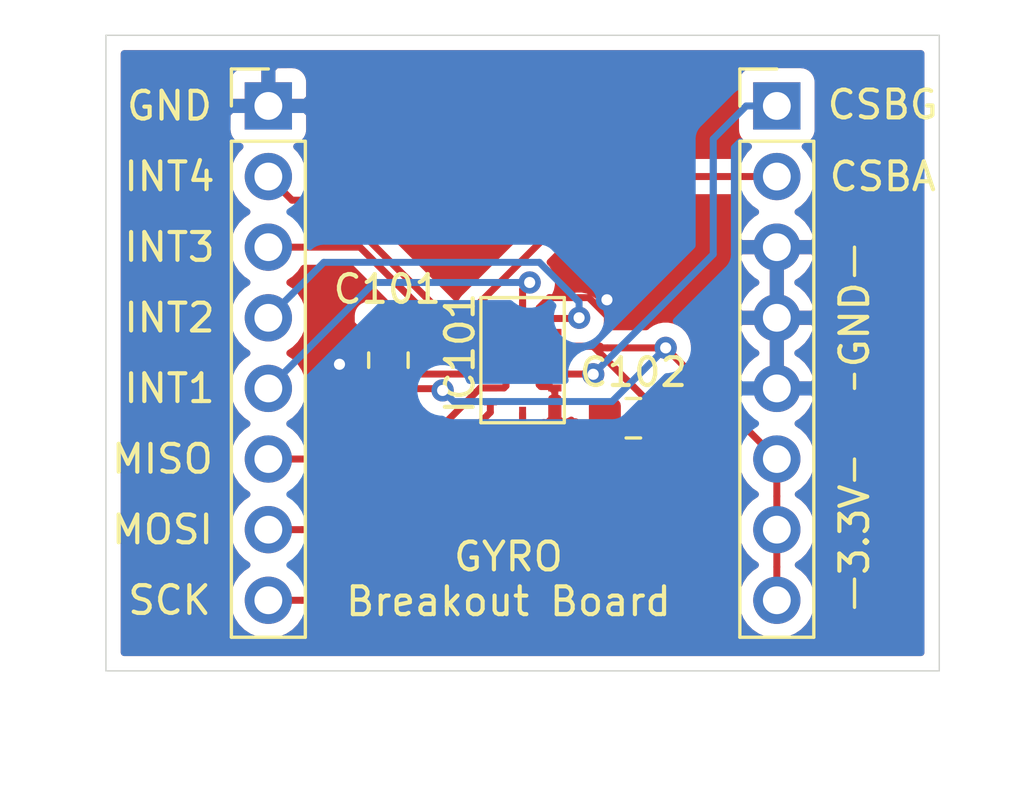
<source format=kicad_pcb>
(kicad_pcb (version 20171130) (host pcbnew "(5.1.6)-1")

  (general
    (thickness 1.6)
    (drawings 21)
    (tracks 100)
    (zones 0)
    (modules 5)
    (nets 12)
  )

  (page A4)
  (layers
    (0 F.Cu signal)
    (31 B.Cu signal)
    (32 B.Adhes user)
    (33 F.Adhes user)
    (34 B.Paste user)
    (35 F.Paste user)
    (36 B.SilkS user)
    (37 F.SilkS user)
    (38 B.Mask user)
    (39 F.Mask user)
    (40 Dwgs.User user)
    (41 Cmts.User user)
    (42 Eco1.User user)
    (43 Eco2.User user)
    (44 Edge.Cuts user)
    (45 Margin user)
    (46 B.CrtYd user)
    (47 F.CrtYd user)
    (48 B.Fab user)
    (49 F.Fab user)
  )

  (setup
    (last_trace_width 0.25)
    (trace_clearance 0.1524)
    (zone_clearance 0.508)
    (zone_45_only no)
    (trace_min 0.2)
    (via_size 0.8)
    (via_drill 0.4)
    (via_min_size 0.4)
    (via_min_drill 0.3)
    (uvia_size 0.3)
    (uvia_drill 0.1)
    (uvias_allowed no)
    (uvia_min_size 0.2)
    (uvia_min_drill 0.1)
    (edge_width 0.05)
    (segment_width 0.2)
    (pcb_text_width 0.3)
    (pcb_text_size 1.5 1.5)
    (mod_edge_width 0.12)
    (mod_text_size 1 1)
    (mod_text_width 0.15)
    (pad_size 1.524 1.524)
    (pad_drill 0.762)
    (pad_to_mask_clearance 0.0508)
    (aux_axis_origin 0 0)
    (visible_elements 7FFFFFFF)
    (pcbplotparams
      (layerselection 0x010fc_ffffffff)
      (usegerberextensions false)
      (usegerberattributes false)
      (usegerberadvancedattributes false)
      (creategerberjobfile false)
      (excludeedgelayer true)
      (linewidth 0.100000)
      (plotframeref false)
      (viasonmask false)
      (mode 1)
      (useauxorigin false)
      (hpglpennumber 1)
      (hpglpenspeed 20)
      (hpglpendiameter 15.000000)
      (psnegative false)
      (psa4output false)
      (plotreference true)
      (plotvalue true)
      (plotinvisibletext false)
      (padsonsilk false)
      (subtractmaskfromsilk false)
      (outputformat 1)
      (mirror false)
      (drillshape 0)
      (scaleselection 1)
      (outputdirectory "../../../../ERFSEDS/Project Cerberus/Nova/Breakout Boards/Gyroscope/"))
  )

  (net 0 "")
  (net 1 GND)
  (net 2 +3V3)
  (net 3 /INT2_ACCEL)
  (net 4 /CSB_GYRO)
  (net 5 /SCK)
  (net 6 /MOSI)
  (net 7 /MISO)
  (net 8 /INT3_GYRO)
  (net 9 /INT4_GYRO)
  (net 10 /CSB_ACCEL)
  (net 11 /INT1_ACCEL)

  (net_class Default "This is the default net class."
    (clearance 0.1524)
    (trace_width 0.25)
    (via_dia 0.8)
    (via_drill 0.4)
    (uvia_dia 0.3)
    (uvia_drill 0.1)
    (add_net +3V3)
    (add_net /CSB_ACCEL)
    (add_net /CSB_GYRO)
    (add_net /INT1_ACCEL)
    (add_net /INT2_ACCEL)
    (add_net /INT3_GYRO)
    (add_net /INT4_GYRO)
    (add_net /MISO)
    (add_net /MOSI)
    (add_net /SCK)
    (add_net GND)
  )

  (module Gyroscope:C_0805_2012Metric_Pad1.15x1.40mm_HandSolder (layer F.Cu) (tedit 5B36C52B) (tstamp 5ED60B03)
    (at 123.19 96.012 270)
    (descr "Capacitor SMD 0805 (2012 Metric), square (rectangular) end terminal, IPC_7351 nominal with elongated pad for handsoldering. (Body size source: https://docs.google.com/spreadsheets/d/1BsfQQcO9C6DZCsRaXUlFlo91Tg2WpOkGARC1WS5S8t0/edit?usp=sharing), generated with kicad-footprint-generator")
    (tags "capacitor handsolder")
    (path /5EC9306C)
    (attr smd)
    (fp_text reference C101 (at -2.552 0.04 180) (layer F.SilkS)
      (effects (font (size 1 1) (thickness 0.15)))
    )
    (fp_text value 100nF (at 0 1.65 90) (layer F.Fab)
      (effects (font (size 1 1) (thickness 0.15)))
    )
    (fp_line (start -1 0.6) (end -1 -0.6) (layer F.Fab) (width 0.1))
    (fp_line (start -1 -0.6) (end 1 -0.6) (layer F.Fab) (width 0.1))
    (fp_line (start 1 -0.6) (end 1 0.6) (layer F.Fab) (width 0.1))
    (fp_line (start 1 0.6) (end -1 0.6) (layer F.Fab) (width 0.1))
    (fp_line (start -0.261252 -0.71) (end 0.261252 -0.71) (layer F.SilkS) (width 0.12))
    (fp_line (start -0.261252 0.71) (end 0.261252 0.71) (layer F.SilkS) (width 0.12))
    (fp_line (start -1.85 0.95) (end -1.85 -0.95) (layer F.CrtYd) (width 0.05))
    (fp_line (start -1.85 -0.95) (end 1.85 -0.95) (layer F.CrtYd) (width 0.05))
    (fp_line (start 1.85 -0.95) (end 1.85 0.95) (layer F.CrtYd) (width 0.05))
    (fp_line (start 1.85 0.95) (end -1.85 0.95) (layer F.CrtYd) (width 0.05))
    (fp_text user %R (at 0 0 90) (layer F.Fab)
      (effects (font (size 0.5 0.5) (thickness 0.08)))
    )
    (pad 2 smd roundrect (at 1.025 0 270) (size 1.15 1.4) (layers F.Cu F.Paste F.Mask) (roundrect_rratio 0.217391)
      (net 2 +3V3))
    (pad 1 smd roundrect (at -1.025 0 270) (size 1.15 1.4) (layers F.Cu F.Paste F.Mask) (roundrect_rratio 0.217391)
      (net 1 GND))
    (model ${KISYS3DMOD}/Capacitor_SMD.3dshapes/C_0805_2012Metric.wrl
      (at (xyz 0 0 0))
      (scale (xyz 1 1 1))
      (rotate (xyz 0 0 0))
    )
  )

  (module Gyroscope:C_0805_2012Metric_Pad1.15x1.40mm_HandSolder (layer F.Cu) (tedit 5B36C52B) (tstamp 5EFF5FB8)
    (at 132 98.1)
    (descr "Capacitor SMD 0805 (2012 Metric), square (rectangular) end terminal, IPC_7351 nominal with elongated pad for handsoldering. (Body size source: https://docs.google.com/spreadsheets/d/1BsfQQcO9C6DZCsRaXUlFlo91Tg2WpOkGARC1WS5S8t0/edit?usp=sharing), generated with kicad-footprint-generator")
    (tags "capacitor handsolder")
    (path /5EFF1210)
    (attr smd)
    (fp_text reference C102 (at 0 -1.65) (layer F.SilkS)
      (effects (font (size 1 1) (thickness 0.15)))
    )
    (fp_text value 100nF (at 0 1.65) (layer F.Fab)
      (effects (font (size 1 1) (thickness 0.15)))
    )
    (fp_line (start -1 0.6) (end -1 -0.6) (layer F.Fab) (width 0.1))
    (fp_line (start -1 -0.6) (end 1 -0.6) (layer F.Fab) (width 0.1))
    (fp_line (start 1 -0.6) (end 1 0.6) (layer F.Fab) (width 0.1))
    (fp_line (start 1 0.6) (end -1 0.6) (layer F.Fab) (width 0.1))
    (fp_line (start -0.261252 -0.71) (end 0.261252 -0.71) (layer F.SilkS) (width 0.12))
    (fp_line (start -0.261252 0.71) (end 0.261252 0.71) (layer F.SilkS) (width 0.12))
    (fp_line (start -1.85 0.95) (end -1.85 -0.95) (layer F.CrtYd) (width 0.05))
    (fp_line (start -1.85 -0.95) (end 1.85 -0.95) (layer F.CrtYd) (width 0.05))
    (fp_line (start 1.85 -0.95) (end 1.85 0.95) (layer F.CrtYd) (width 0.05))
    (fp_line (start 1.85 0.95) (end -1.85 0.95) (layer F.CrtYd) (width 0.05))
    (fp_text user %R (at 0 0) (layer F.Fab)
      (effects (font (size 0.5 0.5) (thickness 0.08)))
    )
    (pad 2 smd roundrect (at 1.025 0) (size 1.15 1.4) (layers F.Cu F.Paste F.Mask) (roundrect_rratio 0.217391)
      (net 2 +3V3))
    (pad 1 smd roundrect (at -1.025 0) (size 1.15 1.4) (layers F.Cu F.Paste F.Mask) (roundrect_rratio 0.217391)
      (net 1 GND))
    (model ${KISYS3DMOD}/Capacitor_SMD.3dshapes/C_0805_2012Metric.wrl
      (at (xyz 0 0 0))
      (scale (xyz 1 1 1))
      (rotate (xyz 0 0 0))
    )
  )

  (module Gyroscope:PinHeader_1x08_P2.54mm_Vertical (layer F.Cu) (tedit 59FED5CC) (tstamp 5ED60B23)
    (at 137.16 86.868)
    (descr "Through hole straight pin header, 1x08, 2.54mm pitch, single row")
    (tags "Through hole pin header THT 1x08 2.54mm single row")
    (path /5EC73D76)
    (fp_text reference e101 (at 0 -2.33) (layer F.SilkS) hide
      (effects (font (size 1 1) (thickness 0.15)))
    )
    (fp_text value Conn_01x08 (at 0 19.558) (layer F.Fab)
      (effects (font (size 1 1) (thickness 0.15)))
    )
    (fp_line (start 1.8 -1.8) (end -1.8 -1.8) (layer F.CrtYd) (width 0.05))
    (fp_line (start 1.8 19.55) (end 1.8 -1.8) (layer F.CrtYd) (width 0.05))
    (fp_line (start -1.8 19.55) (end 1.8 19.55) (layer F.CrtYd) (width 0.05))
    (fp_line (start -1.8 -1.8) (end -1.8 19.55) (layer F.CrtYd) (width 0.05))
    (fp_line (start -1.33 -1.33) (end 0 -1.33) (layer F.SilkS) (width 0.12))
    (fp_line (start -1.33 0) (end -1.33 -1.33) (layer F.SilkS) (width 0.12))
    (fp_line (start -1.33 1.27) (end 1.33 1.27) (layer F.SilkS) (width 0.12))
    (fp_line (start 1.33 1.27) (end 1.33 19.11) (layer F.SilkS) (width 0.12))
    (fp_line (start -1.33 1.27) (end -1.33 19.11) (layer F.SilkS) (width 0.12))
    (fp_line (start -1.33 19.11) (end 1.33 19.11) (layer F.SilkS) (width 0.12))
    (fp_line (start -1.27 -0.635) (end -0.635 -1.27) (layer F.Fab) (width 0.1))
    (fp_line (start -1.27 19.05) (end -1.27 -0.635) (layer F.Fab) (width 0.1))
    (fp_line (start 1.27 19.05) (end -1.27 19.05) (layer F.Fab) (width 0.1))
    (fp_line (start 1.27 -1.27) (end 1.27 19.05) (layer F.Fab) (width 0.1))
    (fp_line (start -0.635 -1.27) (end 1.27 -1.27) (layer F.Fab) (width 0.1))
    (fp_text user %R (at 0 8.89 90) (layer F.Fab)
      (effects (font (size 1 1) (thickness 0.15)))
    )
    (pad 1 thru_hole rect (at 0 0) (size 1.7 1.7) (drill 1) (layers *.Cu *.Mask)
      (net 4 /CSB_GYRO))
    (pad 2 thru_hole oval (at 0 2.54) (size 1.7 1.7) (drill 1) (layers *.Cu *.Mask)
      (net 10 /CSB_ACCEL))
    (pad 3 thru_hole oval (at 0 5.08) (size 1.7 1.7) (drill 1) (layers *.Cu *.Mask)
      (net 1 GND))
    (pad 4 thru_hole oval (at 0 7.62) (size 1.7 1.7) (drill 1) (layers *.Cu *.Mask)
      (net 1 GND))
    (pad 5 thru_hole oval (at 0 10.16) (size 1.7 1.7) (drill 1) (layers *.Cu *.Mask)
      (net 1 GND))
    (pad 6 thru_hole oval (at 0 12.7) (size 1.7 1.7) (drill 1) (layers *.Cu *.Mask)
      (net 2 +3V3))
    (pad 7 thru_hole oval (at 0 15.24) (size 1.7 1.7) (drill 1) (layers *.Cu *.Mask)
      (net 2 +3V3))
    (pad 8 thru_hole oval (at 0 17.78) (size 1.7 1.7) (drill 1) (layers *.Cu *.Mask)
      (net 2 +3V3))
    (model ${KISYS3DMOD}/Connector_PinHeader_2.54mm.3dshapes/PinHeader_1x08_P2.54mm_Vertical.wrl
      (at (xyz 0 0 0))
      (scale (xyz 1 1 1))
      (rotate (xyz 0 0 0))
    )
  )

  (module "Gyroscope:16-LGA-(4.5x3)" (layer F.Cu) (tedit 5EC6BF61) (tstamp 5ED60B3E)
    (at 128.016 96.012 270)
    (path /5EC70B84)
    (fp_text reference IC101 (at -0.25 2.25 90) (layer F.SilkS)
      (effects (font (size 1 1) (thickness 0.15)))
    )
    (fp_text value BMI088 (at 0 -2.75 90) (layer F.Fab)
      (effects (font (size 1 1) (thickness 0.15)))
    )
    (fp_line (start -2.25 1.5) (end -2.25 -1.5) (layer F.CrtYd) (width 0.12))
    (fp_line (start 2.25 1.5) (end -2.25 1.5) (layer F.CrtYd) (width 0.12))
    (fp_line (start 2.25 -1.5) (end 2.25 1.5) (layer F.CrtYd) (width 0.12))
    (fp_line (start -2.25 -1.5) (end 2.25 -1.5) (layer F.CrtYd) (width 0.12))
    (fp_line (start -2.25 1.5) (end -2.25 -1.5) (layer F.SilkS) (width 0.12))
    (fp_line (start -2.25 1.5) (end 2.25 1.5) (layer F.SilkS) (width 0.12))
    (fp_line (start 2.25 1.5) (end 2.25 -1.5) (layer F.SilkS) (width 0.12))
    (fp_line (start 2.25 -1.5) (end -2.25 -1.5) (layer F.SilkS) (width 0.12))
    (pad 1 smd rect (at -1.5 -1.16 270) (size 0.25 0.475) (layers F.Cu F.Paste F.Mask)
      (net 3 /INT2_ACCEL))
    (pad 2 smd rect (at -1 -1.16 270) (size 0.25 0.475) (layers F.Cu F.Paste F.Mask)
      (net 1 GND))
    (pad 3 smd rect (at -0.5 -1.16 270) (size 0.25 0.475) (layers F.Cu F.Paste F.Mask)
      (net 2 +3V3))
    (pad 4 smd rect (at 0 -1.16 270) (size 0.25 0.475) (layers F.Cu F.Paste F.Mask)
      (net 1 GND))
    (pad 5 smd rect (at 0.5 -1.16 270) (size 0.25 0.475) (layers F.Cu F.Paste F.Mask)
      (net 4 /CSB_GYRO))
    (pad 6 smd rect (at 1 -1.16 270) (size 0.25 0.475) (layers F.Cu F.Paste F.Mask)
      (net 1 GND))
    (pad 7 smd rect (at 1.5 -1.16 270) (size 0.25 0.475) (layers F.Cu F.Paste F.Mask)
      (net 1 GND))
    (pad 8 smd rect (at 1.915 0) (size 0.25 0.475) (layers F.Cu F.Paste F.Mask)
      (net 5 /SCK))
    (pad 9 smd rect (at 1.5 1.16 90) (size 0.25 0.475) (layers F.Cu F.Paste F.Mask)
      (net 6 /MOSI))
    (pad 10 smd rect (at 1 1.16 90) (size 0.25 0.475) (layers F.Cu F.Paste F.Mask)
      (net 7 /MISO))
    (pad 11 smd rect (at 0.5 1.16 90) (size 0.25 0.475) (layers F.Cu F.Paste F.Mask)
      (net 2 +3V3))
    (pad 12 smd rect (at 0 1.16 90) (size 0.25 0.475) (layers F.Cu F.Paste F.Mask)
      (net 8 /INT3_GYRO))
    (pad 13 smd rect (at -0.5 1.16 90) (size 0.25 0.475) (layers F.Cu F.Paste F.Mask)
      (net 9 /INT4_GYRO))
    (pad 14 smd rect (at -1 1.16 90) (size 0.25 0.475) (layers F.Cu F.Paste F.Mask)
      (net 10 /CSB_ACCEL))
    (pad 15 smd rect (at -1.5 1.16 90) (size 0.25 0.475) (layers F.Cu F.Paste F.Mask)
      (net 7 /MISO))
    (pad 16 smd rect (at -1.915 0 180) (size 0.25 0.475) (layers F.Cu F.Paste F.Mask)
      (net 11 /INT1_ACCEL))
  )

  (module Gyroscope:PinHeader_1x08_P2.54mm_Vertical (layer F.Cu) (tedit 59FED5CC) (tstamp 5ED60B59)
    (at 118.872 86.868)
    (descr "Through hole straight pin header, 1x08, 2.54mm pitch, single row")
    (tags "Through hole pin header THT 1x08 2.54mm single row")
    (path /5EC7887E)
    (fp_text reference J101 (at 0 -2.33) (layer F.SilkS) hide
      (effects (font (size 1 1) (thickness 0.15)))
    )
    (fp_text value Conn_01x08 (at 0 20.11) (layer F.Fab)
      (effects (font (size 1 1) (thickness 0.15)))
    )
    (fp_line (start -0.635 -1.27) (end 1.27 -1.27) (layer F.Fab) (width 0.1))
    (fp_line (start 1.27 -1.27) (end 1.27 19.05) (layer F.Fab) (width 0.1))
    (fp_line (start 1.27 19.05) (end -1.27 19.05) (layer F.Fab) (width 0.1))
    (fp_line (start -1.27 19.05) (end -1.27 -0.635) (layer F.Fab) (width 0.1))
    (fp_line (start -1.27 -0.635) (end -0.635 -1.27) (layer F.Fab) (width 0.1))
    (fp_line (start -1.33 19.11) (end 1.33 19.11) (layer F.SilkS) (width 0.12))
    (fp_line (start -1.33 1.27) (end -1.33 19.11) (layer F.SilkS) (width 0.12))
    (fp_line (start 1.33 1.27) (end 1.33 19.11) (layer F.SilkS) (width 0.12))
    (fp_line (start -1.33 1.27) (end 1.33 1.27) (layer F.SilkS) (width 0.12))
    (fp_line (start -1.33 0) (end -1.33 -1.33) (layer F.SilkS) (width 0.12))
    (fp_line (start -1.33 -1.33) (end 0 -1.33) (layer F.SilkS) (width 0.12))
    (fp_line (start -1.8 -1.8) (end -1.8 19.55) (layer F.CrtYd) (width 0.05))
    (fp_line (start -1.8 19.55) (end 1.8 19.55) (layer F.CrtYd) (width 0.05))
    (fp_line (start 1.8 19.55) (end 1.8 -1.8) (layer F.CrtYd) (width 0.05))
    (fp_line (start 1.8 -1.8) (end -1.8 -1.8) (layer F.CrtYd) (width 0.05))
    (fp_text user %R (at 0 8.89 90) (layer F.Fab)
      (effects (font (size 1 1) (thickness 0.15)))
    )
    (pad 8 thru_hole oval (at 0 17.78) (size 1.7 1.7) (drill 1) (layers *.Cu *.Mask)
      (net 5 /SCK))
    (pad 7 thru_hole oval (at 0 15.24) (size 1.7 1.7) (drill 1) (layers *.Cu *.Mask)
      (net 6 /MOSI))
    (pad 6 thru_hole oval (at 0 12.7) (size 1.7 1.7) (drill 1) (layers *.Cu *.Mask)
      (net 7 /MISO))
    (pad 5 thru_hole oval (at 0 10.16) (size 1.7 1.7) (drill 1) (layers *.Cu *.Mask)
      (net 11 /INT1_ACCEL))
    (pad 4 thru_hole oval (at 0 7.62) (size 1.7 1.7) (drill 1) (layers *.Cu *.Mask)
      (net 3 /INT2_ACCEL))
    (pad 3 thru_hole oval (at 0 5.08) (size 1.7 1.7) (drill 1) (layers *.Cu *.Mask)
      (net 8 /INT3_GYRO))
    (pad 2 thru_hole oval (at 0 2.54) (size 1.7 1.7) (drill 1) (layers *.Cu *.Mask)
      (net 9 /INT4_GYRO))
    (pad 1 thru_hole rect (at 0 0) (size 1.7 1.7) (drill 1) (layers *.Cu *.Mask)
      (net 1 GND))
    (model ${KISYS3DMOD}/Connector_PinHeader_2.54mm.3dshapes/PinHeader_1x08_P2.54mm_Vertical.wrl
      (at (xyz 0 0 0))
      (scale (xyz 1 1 1))
      (rotate (xyz 0 0 0))
    )
  )

  (gr_text GND (at 115.316 86.868) (layer F.SilkS)
    (effects (font (size 1 1) (thickness 0.15)))
  )
  (gr_line (start 139.954 104.902) (end 139.954 103.886) (layer F.SilkS) (width 0.12))
  (gr_line (start 139.954 99.568) (end 139.954 100.33) (layer F.SilkS) (width 0.12))
  (gr_line (start 139.954 97.028) (end 139.954 96.52) (layer F.SilkS) (width 0.12))
  (gr_line (start 139.954 91.948) (end 139.954 92.964) (layer F.SilkS) (width 0.12))
  (gr_text "GND\n" (at 139.954 94.742 90) (layer F.SilkS)
    (effects (font (size 1 1) (thickness 0.15)))
  )
  (gr_text 3.3V (at 139.954 102.108 90) (layer F.SilkS)
    (effects (font (size 1 1) (thickness 0.15)))
  )
  (gr_text INT4 (at 115.316 89.408) (layer F.SilkS)
    (effects (font (size 1 1) (thickness 0.15)))
  )
  (gr_text INT3 (at 115.316 91.948) (layer F.SilkS)
    (effects (font (size 1 1) (thickness 0.15)))
  )
  (gr_text "INT2\n" (at 115.316 94.488) (layer F.SilkS)
    (effects (font (size 1 1) (thickness 0.15)))
  )
  (gr_text "INT1\n" (at 115.316 97.028) (layer F.SilkS)
    (effects (font (size 1 1) (thickness 0.15)))
  )
  (gr_text "MISO\n" (at 115.062 99.568) (layer F.SilkS)
    (effects (font (size 1 1) (thickness 0.15)))
  )
  (gr_text "MOSI\n" (at 115.062 102.108) (layer F.SilkS)
    (effects (font (size 1 1) (thickness 0.15)))
  )
  (gr_text "SCK\n" (at 115.316 104.648) (layer F.SilkS)
    (effects (font (size 1 1) (thickness 0.15)))
  )
  (gr_text "CSBA\n" (at 140.97 89.408) (layer F.SilkS)
    (effects (font (size 1 1) (thickness 0.15)))
  )
  (gr_text "CSBG\n\n" (at 140.97 87.63) (layer F.SilkS)
    (effects (font (size 1 1) (thickness 0.15)))
  )
  (gr_text "GYRO\nBreakout Board\n" (at 127.508 103.886) (layer F.SilkS) (tstamp 5EC783F8)
    (effects (font (size 1 1) (thickness 0.15)))
  )
  (gr_line (start 143.002 84.328) (end 143.002 107.188) (layer Edge.Cuts) (width 0.05) (tstamp 5EC783A8))
  (gr_line (start 113.03 84.328) (end 143.002 84.328) (layer Edge.Cuts) (width 0.05))
  (gr_line (start 113.03 107.188) (end 113.03 84.328) (layer Edge.Cuts) (width 0.05))
  (gr_line (start 143.002 107.188) (end 113.03 107.188) (layer Edge.Cuts) (width 0.05))

  (segment (start 128.6885 96.012) (end 129.176 96.012) (width 0.25) (layer F.Cu) (net 1) (status 20))
  (segment (start 128.613499 96.087001) (end 128.6885 96.012) (width 0.25) (layer F.Cu) (net 1))
  (segment (start 128.613499 96.897001) (end 128.613499 96.087001) (width 0.25) (layer F.Cu) (net 1))
  (segment (start 128.678508 96.96201) (end 128.613499 96.897001) (width 0.25) (layer F.Cu) (net 1))
  (segment (start 129.00101 96.96201) (end 128.678508 96.96201) (width 0.25) (layer F.Cu) (net 1) (status 10))
  (segment (start 129.176 97.137) (end 129.00101 96.96201) (width 0.25) (layer F.Cu) (net 1) (status 30))
  (segment (start 129.176 97.512) (end 129.176 97.137) (width 0.25) (layer F.Cu) (net 1) (status 30))
  (segment (start 128.613499 95.087001) (end 128.6885 95.012) (width 0.25) (layer F.Cu) (net 1))
  (segment (start 128.613499 95.897001) (end 128.613499 95.087001) (width 0.25) (layer F.Cu) (net 1))
  (segment (start 128.728498 96.012) (end 128.613499 95.897001) (width 0.25) (layer F.Cu) (net 1))
  (segment (start 129.176 96.012) (end 128.728498 96.012) (width 0.25) (layer F.Cu) (net 1) (status 10))
  (segment (start 128.6885 95.012) (end 129.176 95.012) (width 0.25) (layer F.Cu) (net 1) (status 20))
  (segment (start 128.613499 94.936999) (end 128.6885 95.012) (width 0.25) (layer F.Cu) (net 1))
  (segment (start 128.613499 94.126999) (end 128.613499 94.936999) (width 0.25) (layer F.Cu) (net 1))
  (segment (start 128.977499 93.762999) (end 128.613499 94.126999) (width 0.25) (layer F.Cu) (net 1))
  (segment (start 130.396001 93.762999) (end 128.977499 93.762999) (width 0.25) (layer F.Cu) (net 1))
  (segment (start 131.064 94.430998) (end 130.396001 93.762999) (width 0.25) (layer F.Cu) (net 1))
  (segment (start 131.064 94.93) (end 131.064 94.430998) (width 0.25) (layer F.Cu) (net 1) (status 10))
  (via (at 131.05 93.84) (size 0.8) (drill 0.4) (layers F.Cu B.Cu) (net 1))
  (segment (start 131.064 94.430998) (end 131.064 93.854) (width 0.25) (layer F.Cu) (net 1))
  (segment (start 131.064 93.854) (end 131.05 93.84) (width 0.25) (layer F.Cu) (net 1))
  (via (at 121.43 96.16) (size 0.8) (drill 0.4) (layers F.Cu B.Cu) (net 1))
  (segment (start 122.592 96.16) (end 121.43 96.16) (width 0.25) (layer F.Cu) (net 1))
  (segment (start 123.19 94.987) (end 123.19 95.562) (width 0.25) (layer F.Cu) (net 1))
  (segment (start 123.19 95.562) (end 122.592 96.16) (width 0.25) (layer F.Cu) (net 1))
  (segment (start 130.806 95.512) (end 129.176 95.512) (width 0.25) (layer F.Cu) (net 2) (status 20))
  (segment (start 131.064 95.57) (end 130.864 95.57) (width 0.25) (layer F.Cu) (net 2) (status 30))
  (segment (start 130.864 95.57) (end 130.806 95.512) (width 0.25) (layer F.Cu) (net 2) (status 10))
  (segment (start 133.162 95.57) (end 137.16 99.568) (width 0.25) (layer F.Cu) (net 2) (status 20))
  (segment (start 131.064 95.57) (end 133.162 95.57) (width 0.25) (layer F.Cu) (net 2) (status 10))
  (segment (start 137.16 103.445919) (end 137.16 102.108) (width 0.25) (layer F.Cu) (net 2) (status 20))
  (segment (start 137.16 104.648) (end 137.16 103.445919) (width 0.25) (layer F.Cu) (net 2) (status 10))
  (segment (start 137.16 100.905919) (end 137.16 99.568) (width 0.25) (layer F.Cu) (net 2) (status 20))
  (segment (start 137.16 102.108) (end 137.16 100.905919) (width 0.25) (layer F.Cu) (net 2) (status 10))
  (segment (start 133.025 97.986446) (end 130.550554 95.512) (width 0.25) (layer F.Cu) (net 2))
  (segment (start 129.6635 95.512) (end 129.176 95.512) (width 0.25) (layer F.Cu) (net 2))
  (segment (start 130.550554 95.512) (end 129.6635 95.512) (width 0.25) (layer F.Cu) (net 2))
  (segment (start 133.025 98.1) (end 133.025 97.986446) (width 0.25) (layer F.Cu) (net 2))
  (segment (start 123.715 96.512) (end 123.19 97.037) (width 0.25) (layer F.Cu) (net 2))
  (segment (start 126.856 96.512) (end 123.715 96.512) (width 0.25) (layer F.Cu) (net 2))
  (via (at 125.14 97.1) (size 0.8) (drill 0.4) (layers F.Cu B.Cu) (net 2))
  (segment (start 123.19 97.037) (end 125.077 97.037) (width 0.25) (layer F.Cu) (net 2))
  (segment (start 125.077 97.037) (end 125.14 97.1) (width 0.25) (layer F.Cu) (net 2))
  (via (at 133.162 95.57) (size 0.8) (drill 0.4) (layers F.Cu B.Cu) (net 2))
  (segment (start 125.539999 97.499999) (end 131.232001 97.499999) (width 0.25) (layer B.Cu) (net 2))
  (segment (start 131.232001 97.499999) (end 133.162 95.57) (width 0.25) (layer B.Cu) (net 2))
  (segment (start 125.14 97.1) (end 125.539999 97.499999) (width 0.25) (layer B.Cu) (net 2))
  (via (at 130.048 94.488) (size 0.8) (drill 0.4) (layers F.Cu B.Cu) (net 3))
  (segment (start 129.176 94.512) (end 130.024 94.512) (width 0.25) (layer F.Cu) (net 3) (status 10))
  (segment (start 130.024 94.512) (end 130.048 94.488) (width 0.25) (layer F.Cu) (net 3))
  (segment (start 119.721999 93.638001) (end 118.872 94.488) (width 0.25) (layer B.Cu) (net 3) (status 20))
  (segment (start 128.618684 92.492999) (end 120.867001 92.492999) (width 0.25) (layer B.Cu) (net 3))
  (segment (start 130.048 93.922315) (end 128.618684 92.492999) (width 0.25) (layer B.Cu) (net 3))
  (segment (start 120.867001 92.492999) (end 119.721999 93.638001) (width 0.25) (layer B.Cu) (net 3))
  (segment (start 130.048 94.488) (end 130.048 93.922315) (width 0.25) (layer B.Cu) (net 3))
  (segment (start 129.176 96.512) (end 129.6635 96.512) (width 0.25) (layer F.Cu) (net 4) (status 10))
  (segment (start 136.06 86.868) (end 137.16 86.868) (width 0.25) (layer B.Cu) (net 4) (status 20))
  (segment (start 134.874 88.054) (end 136.06 86.868) (width 0.25) (layer B.Cu) (net 4))
  (via (at 130.556 96.52) (size 0.8) (drill 0.4) (layers F.Cu B.Cu) (net 4))
  (segment (start 129.6635 96.512) (end 130.548 96.512) (width 0.25) (layer F.Cu) (net 4))
  (segment (start 130.548 96.512) (end 130.556 96.52) (width 0.25) (layer F.Cu) (net 4))
  (segment (start 134.874 92.202) (end 134.874 88.646) (width 0.25) (layer B.Cu) (net 4))
  (segment (start 130.556 96.52) (end 134.874 92.202) (width 0.25) (layer B.Cu) (net 4))
  (segment (start 134.874 90.17) (end 134.874 88.646) (width 0.25) (layer B.Cu) (net 4))
  (segment (start 134.874 88.646) (end 134.874 88.054) (width 0.25) (layer B.Cu) (net 4))
  (segment (start 128.016 98.4145) (end 121.7825 104.648) (width 0.25) (layer F.Cu) (net 5))
  (segment (start 120.074081 104.648) (end 118.872 104.648) (width 0.25) (layer F.Cu) (net 5) (status 20))
  (segment (start 121.7825 104.648) (end 120.074081 104.648) (width 0.25) (layer F.Cu) (net 5))
  (segment (start 128.016 97.927) (end 128.016 98.4145) (width 0.25) (layer F.Cu) (net 5) (status 10))
  (segment (start 120.074081 102.108) (end 118.872 102.108) (width 0.25) (layer F.Cu) (net 6) (status 20))
  (segment (start 122.635 102.108) (end 120.074081 102.108) (width 0.25) (layer F.Cu) (net 6))
  (segment (start 126.856 97.887) (end 122.635 102.108) (width 0.25) (layer F.Cu) (net 6))
  (segment (start 126.856 97.512) (end 126.856 97.887) (width 0.25) (layer F.Cu) (net 6) (status 10))
  (segment (start 127.3435 94.512) (end 126.856 94.512) (width 0.25) (layer F.Cu) (net 7) (status 20))
  (segment (start 127.418501 96.936999) (end 127.418501 94.587001) (width 0.25) (layer F.Cu) (net 7))
  (segment (start 127.418501 94.587001) (end 127.3435 94.512) (width 0.25) (layer F.Cu) (net 7))
  (segment (start 127.3435 97.012) (end 127.418501 96.936999) (width 0.25) (layer F.Cu) (net 7))
  (segment (start 126.856 97.012) (end 127.3435 97.012) (width 0.25) (layer F.Cu) (net 7) (status 10))
  (segment (start 123.938178 99.568) (end 126.494178 97.012) (width 0.25) (layer F.Cu) (net 7))
  (segment (start 126.494178 97.012) (end 126.856 97.012) (width 0.25) (layer F.Cu) (net 7))
  (segment (start 118.872 99.568) (end 123.938178 99.568) (width 0.25) (layer F.Cu) (net 7))
  (segment (start 126.3685 96.012) (end 126.856 96.012) (width 0.25) (layer F.Cu) (net 8))
  (segment (start 126.230315 96.012) (end 126.3685 96.012) (width 0.25) (layer F.Cu) (net 8))
  (segment (start 122.166315 91.948) (end 126.230315 96.012) (width 0.25) (layer F.Cu) (net 8))
  (segment (start 118.872 91.948) (end 122.166315 91.948) (width 0.25) (layer F.Cu) (net 8))
  (segment (start 119.721999 90.257999) (end 118.872 89.408) (width 0.25) (layer F.Cu) (net 9))
  (segment (start 121.045406 90.257999) (end 119.721999 90.257999) (width 0.25) (layer F.Cu) (net 9))
  (segment (start 126.299407 95.512) (end 121.045406 90.257999) (width 0.25) (layer F.Cu) (net 9))
  (segment (start 126.856 95.512) (end 126.299407 95.512) (width 0.25) (layer F.Cu) (net 9))
  (segment (start 135.957919 89.408) (end 137.16 89.408) (width 0.25) (layer F.Cu) (net 10) (status 20))
  (segment (start 131.012498 89.408) (end 135.957919 89.408) (width 0.25) (layer F.Cu) (net 10))
  (segment (start 126.293499 94.126999) (end 131.012498 89.408) (width 0.25) (layer F.Cu) (net 10))
  (segment (start 126.293499 94.936999) (end 126.293499 94.126999) (width 0.25) (layer F.Cu) (net 10))
  (segment (start 126.3685 95.012) (end 126.293499 94.936999) (width 0.25) (layer F.Cu) (net 10))
  (segment (start 126.856 95.012) (end 126.3685 95.012) (width 0.25) (layer F.Cu) (net 10) (status 10))
  (via (at 128.27 93.218) (size 0.8) (drill 0.4) (layers F.Cu B.Cu) (net 11))
  (segment (start 128.016 94.097) (end 128.016 93.472) (width 0.25) (layer F.Cu) (net 11) (status 10))
  (segment (start 128.016 93.472) (end 128.27 93.218) (width 0.25) (layer F.Cu) (net 11))
  (segment (start 122.682 93.218) (end 128.27 93.218) (width 0.25) (layer B.Cu) (net 11))
  (segment (start 118.872 97.028) (end 122.682 93.218) (width 0.25) (layer B.Cu) (net 11) (status 10))

  (zone (net 1) (net_name GND) (layer F.Cu) (tstamp 5F22114A) (hatch edge 0.508)
    (connect_pads (clearance 0.508))
    (min_thickness 0.254)
    (fill yes (arc_segments 32) (thermal_gap 0.508) (thermal_bridge_width 0.508))
    (polygon
      (pts
        (xy 144.526 83.312) (xy 145.034 109.474) (xy 109.22 109.22) (xy 110.49 83.058)
      )
    )
    (filled_polygon
      (pts
        (xy 142.342001 106.528) (xy 113.69 106.528) (xy 113.69 87.718) (xy 117.383928 87.718) (xy 117.396188 87.842482)
        (xy 117.432498 87.96218) (xy 117.491463 88.072494) (xy 117.570815 88.169185) (xy 117.667506 88.248537) (xy 117.77782 88.307502)
        (xy 117.85038 88.329513) (xy 117.718525 88.461368) (xy 117.55601 88.704589) (xy 117.444068 88.974842) (xy 117.387 89.26174)
        (xy 117.387 89.55426) (xy 117.444068 89.841158) (xy 117.55601 90.111411) (xy 117.718525 90.354632) (xy 117.925368 90.561475)
        (xy 118.09976 90.678) (xy 117.925368 90.794525) (xy 117.718525 91.001368) (xy 117.55601 91.244589) (xy 117.444068 91.514842)
        (xy 117.387 91.80174) (xy 117.387 92.09426) (xy 117.444068 92.381158) (xy 117.55601 92.651411) (xy 117.718525 92.894632)
        (xy 117.925368 93.101475) (xy 118.09976 93.218) (xy 117.925368 93.334525) (xy 117.718525 93.541368) (xy 117.55601 93.784589)
        (xy 117.444068 94.054842) (xy 117.387 94.34174) (xy 117.387 94.63426) (xy 117.444068 94.921158) (xy 117.55601 95.191411)
        (xy 117.718525 95.434632) (xy 117.925368 95.641475) (xy 118.09976 95.758) (xy 117.925368 95.874525) (xy 117.718525 96.081368)
        (xy 117.55601 96.324589) (xy 117.444068 96.594842) (xy 117.387 96.88174) (xy 117.387 97.17426) (xy 117.444068 97.461158)
        (xy 117.55601 97.731411) (xy 117.718525 97.974632) (xy 117.925368 98.181475) (xy 118.09976 98.298) (xy 117.925368 98.414525)
        (xy 117.718525 98.621368) (xy 117.55601 98.864589) (xy 117.444068 99.134842) (xy 117.387 99.42174) (xy 117.387 99.71426)
        (xy 117.444068 100.001158) (xy 117.55601 100.271411) (xy 117.718525 100.514632) (xy 117.925368 100.721475) (xy 118.09976 100.838)
        (xy 117.925368 100.954525) (xy 117.718525 101.161368) (xy 117.55601 101.404589) (xy 117.444068 101.674842) (xy 117.387 101.96174)
        (xy 117.387 102.25426) (xy 117.444068 102.541158) (xy 117.55601 102.811411) (xy 117.718525 103.054632) (xy 117.925368 103.261475)
        (xy 118.09976 103.378) (xy 117.925368 103.494525) (xy 117.718525 103.701368) (xy 117.55601 103.944589) (xy 117.444068 104.214842)
        (xy 117.387 104.50174) (xy 117.387 104.79426) (xy 117.444068 105.081158) (xy 117.55601 105.351411) (xy 117.718525 105.594632)
        (xy 117.925368 105.801475) (xy 118.168589 105.96399) (xy 118.438842 106.075932) (xy 118.72574 106.133) (xy 119.01826 106.133)
        (xy 119.305158 106.075932) (xy 119.575411 105.96399) (xy 119.818632 105.801475) (xy 120.025475 105.594632) (xy 120.150178 105.408)
        (xy 121.745178 105.408) (xy 121.7825 105.411676) (xy 121.819822 105.408) (xy 121.819833 105.408) (xy 121.931486 105.397003)
        (xy 122.074747 105.353546) (xy 122.206776 105.282974) (xy 122.322501 105.188001) (xy 122.346304 105.158997) (xy 128.527003 98.978299)
        (xy 128.556001 98.954501) (xy 128.650974 98.838776) (xy 128.721546 98.706747) (xy 128.765003 98.563486) (xy 128.776 98.451833)
        (xy 128.776 98.451824) (xy 128.779676 98.414501) (xy 128.776 98.377178) (xy 128.776 98.250865) (xy 128.833095 98.266306)
        (xy 128.90675 98.272) (xy 129.0655 98.11325) (xy 129.0655 97.387) (xy 129.2865 97.387) (xy 129.2865 98.11325)
        (xy 129.44525 98.272) (xy 129.518905 98.266306) (xy 129.639651 98.23365) (xy 129.751706 98.178066) (xy 129.765 98.167816)
        (xy 129.765 98.227002) (xy 129.923748 98.227002) (xy 129.765 98.38575) (xy 129.761928 98.8) (xy 129.774188 98.924482)
        (xy 129.810498 99.04418) (xy 129.869463 99.154494) (xy 129.948815 99.251185) (xy 130.045506 99.330537) (xy 130.15582 99.389502)
        (xy 130.275518 99.425812) (xy 130.4 99.438072) (xy 130.68925 99.435) (xy 130.848 99.27625) (xy 130.848 98.227)
        (xy 130.828 98.227) (xy 130.828 97.973) (xy 130.848 97.973) (xy 130.848 97.953) (xy 131.102 97.953)
        (xy 131.102 97.973) (xy 131.122 97.973) (xy 131.122 98.227) (xy 131.102 98.227) (xy 131.102 99.27625)
        (xy 131.26075 99.435) (xy 131.55 99.438072) (xy 131.674482 99.425812) (xy 131.79418 99.389502) (xy 131.904494 99.330537)
        (xy 132.001185 99.251185) (xy 132.066658 99.171406) (xy 132.072038 99.177962) (xy 132.206613 99.288405) (xy 132.360149 99.370472)
        (xy 132.526745 99.421008) (xy 132.699999 99.438072) (xy 133.350001 99.438072) (xy 133.523255 99.421008) (xy 133.689851 99.370472)
        (xy 133.843387 99.288405) (xy 133.977962 99.177962) (xy 134.088405 99.043387) (xy 134.170472 98.889851) (xy 134.221008 98.723255)
        (xy 134.238072 98.550001) (xy 134.238072 97.720873) (xy 135.71879 99.201592) (xy 135.675 99.42174) (xy 135.675 99.71426)
        (xy 135.732068 100.001158) (xy 135.84401 100.271411) (xy 136.006525 100.514632) (xy 136.213368 100.721475) (xy 136.38776 100.838)
        (xy 136.213368 100.954525) (xy 136.006525 101.161368) (xy 135.84401 101.404589) (xy 135.732068 101.674842) (xy 135.675 101.96174)
        (xy 135.675 102.25426) (xy 135.732068 102.541158) (xy 135.84401 102.811411) (xy 136.006525 103.054632) (xy 136.213368 103.261475)
        (xy 136.38776 103.378) (xy 136.213368 103.494525) (xy 136.006525 103.701368) (xy 135.84401 103.944589) (xy 135.732068 104.214842)
        (xy 135.675 104.50174) (xy 135.675 104.79426) (xy 135.732068 105.081158) (xy 135.84401 105.351411) (xy 136.006525 105.594632)
        (xy 136.213368 105.801475) (xy 136.456589 105.96399) (xy 136.726842 106.075932) (xy 137.01374 106.133) (xy 137.30626 106.133)
        (xy 137.593158 106.075932) (xy 137.863411 105.96399) (xy 138.106632 105.801475) (xy 138.313475 105.594632) (xy 138.47599 105.351411)
        (xy 138.587932 105.081158) (xy 138.645 104.79426) (xy 138.645 104.50174) (xy 138.587932 104.214842) (xy 138.47599 103.944589)
        (xy 138.313475 103.701368) (xy 138.106632 103.494525) (xy 137.93224 103.378) (xy 138.106632 103.261475) (xy 138.313475 103.054632)
        (xy 138.47599 102.811411) (xy 138.587932 102.541158) (xy 138.645 102.25426) (xy 138.645 101.96174) (xy 138.587932 101.674842)
        (xy 138.47599 101.404589) (xy 138.313475 101.161368) (xy 138.106632 100.954525) (xy 137.93224 100.838) (xy 138.106632 100.721475)
        (xy 138.313475 100.514632) (xy 138.47599 100.271411) (xy 138.587932 100.001158) (xy 138.645 99.71426) (xy 138.645 99.42174)
        (xy 138.587932 99.134842) (xy 138.47599 98.864589) (xy 138.313475 98.621368) (xy 138.106632 98.414525) (xy 137.924466 98.292805)
        (xy 138.041355 98.223178) (xy 138.257588 98.028269) (xy 138.431641 97.79492) (xy 138.556825 97.532099) (xy 138.601476 97.38489)
        (xy 138.480155 97.155) (xy 137.287 97.155) (xy 137.287 97.175) (xy 137.033 97.175) (xy 137.033 97.155)
        (xy 137.013 97.155) (xy 137.013 96.901) (xy 137.033 96.901) (xy 137.033 94.615) (xy 137.287 94.615)
        (xy 137.287 96.901) (xy 138.480155 96.901) (xy 138.601476 96.67111) (xy 138.556825 96.523901) (xy 138.431641 96.26108)
        (xy 138.257588 96.027731) (xy 138.041355 95.832822) (xy 137.915745 95.758) (xy 138.041355 95.683178) (xy 138.257588 95.488269)
        (xy 138.431641 95.25492) (xy 138.556825 94.992099) (xy 138.601476 94.84489) (xy 138.480155 94.615) (xy 137.287 94.615)
        (xy 137.033 94.615) (xy 135.839845 94.615) (xy 135.718524 94.84489) (xy 135.763175 94.992099) (xy 135.888359 95.25492)
        (xy 136.062412 95.488269) (xy 136.278645 95.683178) (xy 136.404255 95.758) (xy 136.278645 95.832822) (xy 136.062412 96.027731)
        (xy 135.888359 96.26108) (xy 135.763175 96.523901) (xy 135.718524 96.67111) (xy 135.839844 96.900998) (xy 135.675 96.900998)
        (xy 135.675 97.008199) (xy 134.197 95.530199) (xy 134.197 95.468061) (xy 134.157226 95.268102) (xy 134.079205 95.079744)
        (xy 133.965937 94.910226) (xy 133.821774 94.766063) (xy 133.652256 94.652795) (xy 133.463898 94.574774) (xy 133.263939 94.535)
        (xy 133.060061 94.535) (xy 132.860102 94.574774) (xy 132.671744 94.652795) (xy 132.502226 94.766063) (xy 132.458289 94.81)
        (xy 131.104881 94.81) (xy 131.098247 94.806454) (xy 131.043251 94.789771) (xy 131.083 94.589939) (xy 131.083 94.386061)
        (xy 131.043226 94.186102) (xy 130.965205 93.997744) (xy 130.851937 93.828226) (xy 130.707774 93.684063) (xy 130.538256 93.570795)
        (xy 130.349898 93.492774) (xy 130.149939 93.453) (xy 129.946061 93.453) (xy 129.746102 93.492774) (xy 129.557744 93.570795)
        (xy 129.388226 93.684063) (xy 129.323361 93.748928) (xy 129.160029 93.748928) (xy 129.187205 93.708256) (xy 129.265226 93.519898)
        (xy 129.305 93.319939) (xy 129.305 93.116061) (xy 129.265226 92.916102) (xy 129.187205 92.727744) (xy 129.073937 92.558226)
        (xy 129.005505 92.489794) (xy 129.190409 92.30489) (xy 135.718524 92.30489) (xy 135.763175 92.452099) (xy 135.888359 92.71492)
        (xy 136.062412 92.948269) (xy 136.278645 93.143178) (xy 136.404255 93.218) (xy 136.278645 93.292822) (xy 136.062412 93.487731)
        (xy 135.888359 93.72108) (xy 135.763175 93.983901) (xy 135.718524 94.13111) (xy 135.839845 94.361) (xy 137.033 94.361)
        (xy 137.033 92.075) (xy 137.287 92.075) (xy 137.287 94.361) (xy 138.480155 94.361) (xy 138.601476 94.13111)
        (xy 138.556825 93.983901) (xy 138.431641 93.72108) (xy 138.257588 93.487731) (xy 138.041355 93.292822) (xy 137.915745 93.218)
        (xy 138.041355 93.143178) (xy 138.257588 92.948269) (xy 138.431641 92.71492) (xy 138.556825 92.452099) (xy 138.601476 92.30489)
        (xy 138.480155 92.075) (xy 137.287 92.075) (xy 137.033 92.075) (xy 135.839845 92.075) (xy 135.718524 92.30489)
        (xy 129.190409 92.30489) (xy 131.327301 90.168) (xy 135.881822 90.168) (xy 136.006525 90.354632) (xy 136.213368 90.561475)
        (xy 136.395534 90.683195) (xy 136.278645 90.752822) (xy 136.062412 90.947731) (xy 135.888359 91.18108) (xy 135.763175 91.443901)
        (xy 135.718524 91.59111) (xy 135.839845 91.821) (xy 137.033 91.821) (xy 137.033 91.801) (xy 137.287 91.801)
        (xy 137.287 91.821) (xy 138.480155 91.821) (xy 138.601476 91.59111) (xy 138.556825 91.443901) (xy 138.431641 91.18108)
        (xy 138.257588 90.947731) (xy 138.041355 90.752822) (xy 137.924466 90.683195) (xy 138.106632 90.561475) (xy 138.313475 90.354632)
        (xy 138.47599 90.111411) (xy 138.587932 89.841158) (xy 138.645 89.55426) (xy 138.645 89.26174) (xy 138.587932 88.974842)
        (xy 138.47599 88.704589) (xy 138.313475 88.461368) (xy 138.18162 88.329513) (xy 138.25418 88.307502) (xy 138.364494 88.248537)
        (xy 138.461185 88.169185) (xy 138.540537 88.072494) (xy 138.599502 87.96218) (xy 138.635812 87.842482) (xy 138.648072 87.718)
        (xy 138.648072 86.018) (xy 138.635812 85.893518) (xy 138.599502 85.77382) (xy 138.540537 85.663506) (xy 138.461185 85.566815)
        (xy 138.364494 85.487463) (xy 138.25418 85.428498) (xy 138.134482 85.392188) (xy 138.01 85.379928) (xy 136.31 85.379928)
        (xy 136.185518 85.392188) (xy 136.06582 85.428498) (xy 135.955506 85.487463) (xy 135.858815 85.566815) (xy 135.779463 85.663506)
        (xy 135.720498 85.77382) (xy 135.684188 85.893518) (xy 135.671928 86.018) (xy 135.671928 87.718) (xy 135.684188 87.842482)
        (xy 135.720498 87.96218) (xy 135.779463 88.072494) (xy 135.858815 88.169185) (xy 135.955506 88.248537) (xy 136.06582 88.307502)
        (xy 136.13838 88.329513) (xy 136.006525 88.461368) (xy 135.881822 88.648) (xy 131.04982 88.648) (xy 131.012497 88.644324)
        (xy 130.975174 88.648) (xy 130.975165 88.648) (xy 130.863512 88.658997) (xy 130.720251 88.702454) (xy 130.588222 88.773026)
        (xy 130.58822 88.773027) (xy 130.588221 88.773027) (xy 130.501494 88.844201) (xy 130.50149 88.844205) (xy 130.472497 88.867999)
        (xy 130.448703 88.896992) (xy 125.782497 93.5632) (xy 125.753499 93.586998) (xy 125.729701 93.615996) (xy 125.7297 93.615997)
        (xy 125.658525 93.702723) (xy 125.625924 93.763715) (xy 121.60921 89.747002) (xy 121.585407 89.717998) (xy 121.469682 89.623025)
        (xy 121.337653 89.552453) (xy 121.194392 89.508996) (xy 121.082739 89.497999) (xy 121.082728 89.497999) (xy 121.045406 89.494323)
        (xy 121.008084 89.497999) (xy 120.357 89.497999) (xy 120.357 89.26174) (xy 120.299932 88.974842) (xy 120.18799 88.704589)
        (xy 120.025475 88.461368) (xy 119.89362 88.329513) (xy 119.96618 88.307502) (xy 120.076494 88.248537) (xy 120.173185 88.169185)
        (xy 120.252537 88.072494) (xy 120.311502 87.96218) (xy 120.347812 87.842482) (xy 120.360072 87.718) (xy 120.357 87.15375)
        (xy 120.19825 86.995) (xy 118.999 86.995) (xy 118.999 87.015) (xy 118.745 87.015) (xy 118.745 86.995)
        (xy 117.54575 86.995) (xy 117.387 87.15375) (xy 117.383928 87.718) (xy 113.69 87.718) (xy 113.69 86.018)
        (xy 117.383928 86.018) (xy 117.387 86.58225) (xy 117.54575 86.741) (xy 118.745 86.741) (xy 118.745 85.54175)
        (xy 118.999 85.54175) (xy 118.999 86.741) (xy 120.19825 86.741) (xy 120.357 86.58225) (xy 120.360072 86.018)
        (xy 120.347812 85.893518) (xy 120.311502 85.77382) (xy 120.252537 85.663506) (xy 120.173185 85.566815) (xy 120.076494 85.487463)
        (xy 119.96618 85.428498) (xy 119.846482 85.392188) (xy 119.722 85.379928) (xy 119.15775 85.383) (xy 118.999 85.54175)
        (xy 118.745 85.54175) (xy 118.58625 85.383) (xy 118.022 85.379928) (xy 117.897518 85.392188) (xy 117.77782 85.428498)
        (xy 117.667506 85.487463) (xy 117.570815 85.566815) (xy 117.491463 85.663506) (xy 117.432498 85.77382) (xy 117.396188 85.893518)
        (xy 117.383928 86.018) (xy 113.69 86.018) (xy 113.69 84.988) (xy 142.342 84.988)
      )
    )
    (filled_polygon
      (pts
        (xy 123.062998 93.919484) (xy 123.062998 93.935748) (xy 122.90425 93.777) (xy 122.49 93.773928) (xy 122.365518 93.786188)
        (xy 122.24582 93.822498) (xy 122.135506 93.881463) (xy 122.038815 93.960815) (xy 121.959463 94.057506) (xy 121.900498 94.16782)
        (xy 121.864188 94.287518) (xy 121.851928 94.412) (xy 121.855 94.70125) (xy 122.01375 94.86) (xy 123.063 94.86)
        (xy 123.063 94.84) (xy 123.317 94.84) (xy 123.317 94.86) (xy 123.337 94.86) (xy 123.337 95.114)
        (xy 123.317 95.114) (xy 123.317 95.134) (xy 123.063 95.134) (xy 123.063 95.114) (xy 122.01375 95.114)
        (xy 121.855 95.27275) (xy 121.851928 95.562) (xy 121.864188 95.686482) (xy 121.900498 95.80618) (xy 121.959463 95.916494)
        (xy 122.038815 96.013185) (xy 122.118594 96.078658) (xy 122.112038 96.084038) (xy 122.001595 96.218613) (xy 121.919528 96.372149)
        (xy 121.868992 96.538745) (xy 121.851928 96.711999) (xy 121.851928 97.362001) (xy 121.868992 97.535255) (xy 121.919528 97.701851)
        (xy 122.001595 97.855387) (xy 122.112038 97.989962) (xy 122.246613 98.100405) (xy 122.400149 98.182472) (xy 122.566745 98.233008)
        (xy 122.739999 98.250072) (xy 123.640001 98.250072) (xy 123.813255 98.233008) (xy 123.979851 98.182472) (xy 124.133387 98.100405)
        (xy 124.267962 97.989962) (xy 124.378405 97.855387) (xy 124.396961 97.820672) (xy 124.480226 97.903937) (xy 124.508528 97.922848)
        (xy 123.623377 98.808) (xy 120.150178 98.808) (xy 120.025475 98.621368) (xy 119.818632 98.414525) (xy 119.64424 98.298)
        (xy 119.818632 98.181475) (xy 120.025475 97.974632) (xy 120.18799 97.731411) (xy 120.299932 97.461158) (xy 120.357 97.17426)
        (xy 120.357 96.88174) (xy 120.299932 96.594842) (xy 120.18799 96.324589) (xy 120.025475 96.081368) (xy 119.818632 95.874525)
        (xy 119.64424 95.758) (xy 119.818632 95.641475) (xy 120.025475 95.434632) (xy 120.18799 95.191411) (xy 120.299932 94.921158)
        (xy 120.357 94.63426) (xy 120.357 94.34174) (xy 120.299932 94.054842) (xy 120.18799 93.784589) (xy 120.025475 93.541368)
        (xy 119.818632 93.334525) (xy 119.64424 93.218) (xy 119.818632 93.101475) (xy 120.025475 92.894632) (xy 120.150178 92.708)
        (xy 121.851514 92.708)
      )
    )
  )
  (zone (net 1) (net_name GND) (layer B.Cu) (tstamp 5F221147) (hatch edge 0.508)
    (connect_pads (clearance 0.508))
    (min_thickness 0.254)
    (fill yes (arc_segments 32) (thermal_gap 0.508) (thermal_bridge_width 0.508))
    (polygon
      (pts
        (xy 144.018 84.074) (xy 146.05 112.014) (xy 110.998 110.236) (xy 112.522 84.836) (xy 112.268 83.82)
      )
    )
    (filled_polygon
      (pts
        (xy 142.342001 106.528) (xy 113.69 106.528) (xy 113.69 87.718) (xy 117.383928 87.718) (xy 117.396188 87.842482)
        (xy 117.432498 87.96218) (xy 117.491463 88.072494) (xy 117.570815 88.169185) (xy 117.667506 88.248537) (xy 117.77782 88.307502)
        (xy 117.85038 88.329513) (xy 117.718525 88.461368) (xy 117.55601 88.704589) (xy 117.444068 88.974842) (xy 117.387 89.26174)
        (xy 117.387 89.55426) (xy 117.444068 89.841158) (xy 117.55601 90.111411) (xy 117.718525 90.354632) (xy 117.925368 90.561475)
        (xy 118.09976 90.678) (xy 117.925368 90.794525) (xy 117.718525 91.001368) (xy 117.55601 91.244589) (xy 117.444068 91.514842)
        (xy 117.387 91.80174) (xy 117.387 92.09426) (xy 117.444068 92.381158) (xy 117.55601 92.651411) (xy 117.718525 92.894632)
        (xy 117.925368 93.101475) (xy 118.09976 93.218) (xy 117.925368 93.334525) (xy 117.718525 93.541368) (xy 117.55601 93.784589)
        (xy 117.444068 94.054842) (xy 117.387 94.34174) (xy 117.387 94.63426) (xy 117.444068 94.921158) (xy 117.55601 95.191411)
        (xy 117.718525 95.434632) (xy 117.925368 95.641475) (xy 118.09976 95.758) (xy 117.925368 95.874525) (xy 117.718525 96.081368)
        (xy 117.55601 96.324589) (xy 117.444068 96.594842) (xy 117.387 96.88174) (xy 117.387 97.17426) (xy 117.444068 97.461158)
        (xy 117.55601 97.731411) (xy 117.718525 97.974632) (xy 117.925368 98.181475) (xy 118.09976 98.298) (xy 117.925368 98.414525)
        (xy 117.718525 98.621368) (xy 117.55601 98.864589) (xy 117.444068 99.134842) (xy 117.387 99.42174) (xy 117.387 99.71426)
        (xy 117.444068 100.001158) (xy 117.55601 100.271411) (xy 117.718525 100.514632) (xy 117.925368 100.721475) (xy 118.09976 100.838)
        (xy 117.925368 100.954525) (xy 117.718525 101.161368) (xy 117.55601 101.404589) (xy 117.444068 101.674842) (xy 117.387 101.96174)
        (xy 117.387 102.25426) (xy 117.444068 102.541158) (xy 117.55601 102.811411) (xy 117.718525 103.054632) (xy 117.925368 103.261475)
        (xy 118.09976 103.378) (xy 117.925368 103.494525) (xy 117.718525 103.701368) (xy 117.55601 103.944589) (xy 117.444068 104.214842)
        (xy 117.387 104.50174) (xy 117.387 104.79426) (xy 117.444068 105.081158) (xy 117.55601 105.351411) (xy 117.718525 105.594632)
        (xy 117.925368 105.801475) (xy 118.168589 105.96399) (xy 118.438842 106.075932) (xy 118.72574 106.133) (xy 119.01826 106.133)
        (xy 119.305158 106.075932) (xy 119.575411 105.96399) (xy 119.818632 105.801475) (xy 120.025475 105.594632) (xy 120.18799 105.351411)
        (xy 120.299932 105.081158) (xy 120.357 104.79426) (xy 120.357 104.50174) (xy 120.299932 104.214842) (xy 120.18799 103.944589)
        (xy 120.025475 103.701368) (xy 119.818632 103.494525) (xy 119.64424 103.378) (xy 119.818632 103.261475) (xy 120.025475 103.054632)
        (xy 120.18799 102.811411) (xy 120.299932 102.541158) (xy 120.357 102.25426) (xy 120.357 101.96174) (xy 120.299932 101.674842)
        (xy 120.18799 101.404589) (xy 120.025475 101.161368) (xy 119.818632 100.954525) (xy 119.64424 100.838) (xy 119.818632 100.721475)
        (xy 120.025475 100.514632) (xy 120.18799 100.271411) (xy 120.299932 100.001158) (xy 120.357 99.71426) (xy 120.357 99.42174)
        (xy 135.675 99.42174) (xy 135.675 99.71426) (xy 135.732068 100.001158) (xy 135.84401 100.271411) (xy 136.006525 100.514632)
        (xy 136.213368 100.721475) (xy 136.38776 100.838) (xy 136.213368 100.954525) (xy 136.006525 101.161368) (xy 135.84401 101.404589)
        (xy 135.732068 101.674842) (xy 135.675 101.96174) (xy 135.675 102.25426) (xy 135.732068 102.541158) (xy 135.84401 102.811411)
        (xy 136.006525 103.054632) (xy 136.213368 103.261475) (xy 136.38776 103.378) (xy 136.213368 103.494525) (xy 136.006525 103.701368)
        (xy 135.84401 103.944589) (xy 135.732068 104.214842) (xy 135.675 104.50174) (xy 135.675 104.79426) (xy 135.732068 105.081158)
        (xy 135.84401 105.351411) (xy 136.006525 105.594632) (xy 136.213368 105.801475) (xy 136.456589 105.96399) (xy 136.726842 106.075932)
        (xy 137.01374 106.133) (xy 137.30626 106.133) (xy 137.593158 106.075932) (xy 137.863411 105.96399) (xy 138.106632 105.801475)
        (xy 138.313475 105.594632) (xy 138.47599 105.351411) (xy 138.587932 105.081158) (xy 138.645 104.79426) (xy 138.645 104.50174)
        (xy 138.587932 104.214842) (xy 138.47599 103.944589) (xy 138.313475 103.701368) (xy 138.106632 103.494525) (xy 137.93224 103.378)
        (xy 138.106632 103.261475) (xy 138.313475 103.054632) (xy 138.47599 102.811411) (xy 138.587932 102.541158) (xy 138.645 102.25426)
        (xy 138.645 101.96174) (xy 138.587932 101.674842) (xy 138.47599 101.404589) (xy 138.313475 101.161368) (xy 138.106632 100.954525)
        (xy 137.93224 100.838) (xy 138.106632 100.721475) (xy 138.313475 100.514632) (xy 138.47599 100.271411) (xy 138.587932 100.001158)
        (xy 138.645 99.71426) (xy 138.645 99.42174) (xy 138.587932 99.134842) (xy 138.47599 98.864589) (xy 138.313475 98.621368)
        (xy 138.106632 98.414525) (xy 137.924466 98.292805) (xy 138.041355 98.223178) (xy 138.257588 98.028269) (xy 138.431641 97.79492)
        (xy 138.556825 97.532099) (xy 138.601476 97.38489) (xy 138.480155 97.155) (xy 137.287 97.155) (xy 137.287 97.175)
        (xy 137.033 97.175) (xy 137.033 97.155) (xy 135.839845 97.155) (xy 135.718524 97.38489) (xy 135.763175 97.532099)
        (xy 135.888359 97.79492) (xy 136.062412 98.028269) (xy 136.278645 98.223178) (xy 136.395534 98.292805) (xy 136.213368 98.414525)
        (xy 136.006525 98.621368) (xy 135.84401 98.864589) (xy 135.732068 99.134842) (xy 135.675 99.42174) (xy 120.357 99.42174)
        (xy 120.299932 99.134842) (xy 120.18799 98.864589) (xy 120.025475 98.621368) (xy 119.818632 98.414525) (xy 119.64424 98.298)
        (xy 119.818632 98.181475) (xy 120.025475 97.974632) (xy 120.18799 97.731411) (xy 120.299932 97.461158) (xy 120.357 97.17426)
        (xy 120.357 96.998061) (xy 124.105 96.998061) (xy 124.105 97.201939) (xy 124.144774 97.401898) (xy 124.222795 97.590256)
        (xy 124.336063 97.759774) (xy 124.480226 97.903937) (xy 124.649744 98.017205) (xy 124.838102 98.095226) (xy 125.038061 98.135)
        (xy 125.115774 98.135) (xy 125.247752 98.205545) (xy 125.391013 98.249002) (xy 125.502666 98.259999) (xy 125.502676 98.259999)
        (xy 125.539998 98.263675) (xy 125.577321 98.259999) (xy 131.194679 98.259999) (xy 131.232001 98.263675) (xy 131.269323 98.259999)
        (xy 131.269334 98.259999) (xy 131.380987 98.249002) (xy 131.524248 98.205545) (xy 131.656277 98.134973) (xy 131.772002 98.04)
        (xy 131.795805 98.010996) (xy 133.201802 96.605) (xy 133.263939 96.605) (xy 133.463898 96.565226) (xy 133.652256 96.487205)
        (xy 133.821774 96.373937) (xy 133.965937 96.229774) (xy 134.079205 96.060256) (xy 134.157226 95.871898) (xy 134.197 95.671939)
        (xy 134.197 95.468061) (xy 134.157226 95.268102) (xy 134.079205 95.079744) (xy 133.965937 94.910226) (xy 133.900601 94.84489)
        (xy 135.718524 94.84489) (xy 135.763175 94.992099) (xy 135.888359 95.25492) (xy 136.062412 95.488269) (xy 136.278645 95.683178)
        (xy 136.404255 95.758) (xy 136.278645 95.832822) (xy 136.062412 96.027731) (xy 135.888359 96.26108) (xy 135.763175 96.523901)
        (xy 135.718524 96.67111) (xy 135.839845 96.901) (xy 137.033 96.901) (xy 137.033 94.615) (xy 137.287 94.615)
        (xy 137.287 96.901) (xy 138.480155 96.901) (xy 138.601476 96.67111) (xy 138.556825 96.523901) (xy 138.431641 96.26108)
        (xy 138.257588 96.027731) (xy 138.041355 95.832822) (xy 137.915745 95.758) (xy 138.041355 95.683178) (xy 138.257588 95.488269)
        (xy 138.431641 95.25492) (xy 138.556825 94.992099) (xy 138.601476 94.84489) (xy 138.480155 94.615) (xy 137.287 94.615)
        (xy 137.033 94.615) (xy 135.839845 94.615) (xy 135.718524 94.84489) (xy 133.900601 94.84489) (xy 133.821774 94.766063)
        (xy 133.652256 94.652795) (xy 133.543185 94.607616) (xy 135.385004 92.765798) (xy 135.414001 92.742001) (xy 135.508974 92.626276)
        (xy 135.579546 92.494247) (xy 135.623003 92.350986) (xy 135.627543 92.30489) (xy 135.718524 92.30489) (xy 135.763175 92.452099)
        (xy 135.888359 92.71492) (xy 136.062412 92.948269) (xy 136.278645 93.143178) (xy 136.404255 93.218) (xy 136.278645 93.292822)
        (xy 136.062412 93.487731) (xy 135.888359 93.72108) (xy 135.763175 93.983901) (xy 135.718524 94.13111) (xy 135.839845 94.361)
        (xy 137.033 94.361) (xy 137.033 92.075) (xy 137.287 92.075) (xy 137.287 94.361) (xy 138.480155 94.361)
        (xy 138.601476 94.13111) (xy 138.556825 93.983901) (xy 138.431641 93.72108) (xy 138.257588 93.487731) (xy 138.041355 93.292822)
        (xy 137.915745 93.218) (xy 138.041355 93.143178) (xy 138.257588 92.948269) (xy 138.431641 92.71492) (xy 138.556825 92.452099)
        (xy 138.601476 92.30489) (xy 138.480155 92.075) (xy 137.287 92.075) (xy 137.033 92.075) (xy 135.839845 92.075)
        (xy 135.718524 92.30489) (xy 135.627543 92.30489) (xy 135.634 92.239333) (xy 135.634 92.239324) (xy 135.637676 92.202001)
        (xy 135.634 92.164678) (xy 135.634 88.368801) (xy 135.847457 88.155345) (xy 135.858815 88.169185) (xy 135.955506 88.248537)
        (xy 136.06582 88.307502) (xy 136.13838 88.329513) (xy 136.006525 88.461368) (xy 135.84401 88.704589) (xy 135.732068 88.974842)
        (xy 135.675 89.26174) (xy 135.675 89.55426) (xy 135.732068 89.841158) (xy 135.84401 90.111411) (xy 136.006525 90.354632)
        (xy 136.213368 90.561475) (xy 136.395534 90.683195) (xy 136.278645 90.752822) (xy 136.062412 90.947731) (xy 135.888359 91.18108)
        (xy 135.763175 91.443901) (xy 135.718524 91.59111) (xy 135.839845 91.821) (xy 137.033 91.821) (xy 137.033 91.801)
        (xy 137.287 91.801) (xy 137.287 91.821) (xy 138.480155 91.821) (xy 138.601476 91.59111) (xy 138.556825 91.443901)
        (xy 138.431641 91.18108) (xy 138.257588 90.947731) (xy 138.041355 90.752822) (xy 137.924466 90.683195) (xy 138.106632 90.561475)
        (xy 138.313475 90.354632) (xy 138.47599 90.111411) (xy 138.587932 89.841158) (xy 138.645 89.55426) (xy 138.645 89.26174)
        (xy 138.587932 88.974842) (xy 138.47599 88.704589) (xy 138.313475 88.461368) (xy 138.18162 88.329513) (xy 138.25418 88.307502)
        (xy 138.364494 88.248537) (xy 138.461185 88.169185) (xy 138.540537 88.072494) (xy 138.599502 87.96218) (xy 138.635812 87.842482)
        (xy 138.648072 87.718) (xy 138.648072 86.018) (xy 138.635812 85.893518) (xy 138.599502 85.77382) (xy 138.540537 85.663506)
        (xy 138.461185 85.566815) (xy 138.364494 85.487463) (xy 138.25418 85.428498) (xy 138.134482 85.392188) (xy 138.01 85.379928)
        (xy 136.31 85.379928) (xy 136.185518 85.392188) (xy 136.06582 85.428498) (xy 135.955506 85.487463) (xy 135.858815 85.566815)
        (xy 135.779463 85.663506) (xy 135.720498 85.77382) (xy 135.684188 85.893518) (xy 135.671928 86.018) (xy 135.671928 86.213674)
        (xy 135.635724 86.233026) (xy 135.519999 86.327999) (xy 135.496201 86.356997) (xy 134.362998 87.490201) (xy 134.334 87.513999)
        (xy 134.310202 87.542997) (xy 134.310201 87.542998) (xy 134.239026 87.629724) (xy 134.193037 87.715764) (xy 134.168454 87.761753)
        (xy 134.124997 87.905014) (xy 134.114 88.016667) (xy 134.114 88.016678) (xy 134.110324 88.054) (xy 134.114 88.091322)
        (xy 134.114 88.683332) (xy 134.114001 88.683342) (xy 134.114 90.207332) (xy 134.114001 90.207338) (xy 134.114 91.887198)
        (xy 130.516199 95.485) (xy 130.454061 95.485) (xy 130.254102 95.524774) (xy 130.065744 95.602795) (xy 129.896226 95.716063)
        (xy 129.752063 95.860226) (xy 129.638795 96.029744) (xy 129.560774 96.218102) (xy 129.521 96.418061) (xy 129.521 96.621939)
        (xy 129.544483 96.739999) (xy 126.111159 96.739999) (xy 126.057205 96.609744) (xy 125.943937 96.440226) (xy 125.799774 96.296063)
        (xy 125.630256 96.182795) (xy 125.441898 96.104774) (xy 125.241939 96.065) (xy 125.038061 96.065) (xy 124.838102 96.104774)
        (xy 124.649744 96.182795) (xy 124.480226 96.296063) (xy 124.336063 96.440226) (xy 124.222795 96.609744) (xy 124.144774 96.798102)
        (xy 124.105 96.998061) (xy 120.357 96.998061) (xy 120.357 96.88174) (xy 120.313209 96.661592) (xy 122.996802 93.978)
        (xy 127.566289 93.978) (xy 127.610226 94.021937) (xy 127.779744 94.135205) (xy 127.968102 94.213226) (xy 128.168061 94.253)
        (xy 128.371939 94.253) (xy 128.571898 94.213226) (xy 128.760256 94.135205) (xy 128.929774 94.021937) (xy 129.001297 93.950414)
        (xy 129.106729 94.055845) (xy 129.052774 94.186102) (xy 129.013 94.386061) (xy 129.013 94.589939) (xy 129.052774 94.789898)
        (xy 129.130795 94.978256) (xy 129.244063 95.147774) (xy 129.388226 95.291937) (xy 129.557744 95.405205) (xy 129.746102 95.483226)
        (xy 129.946061 95.523) (xy 130.149939 95.523) (xy 130.349898 95.483226) (xy 130.538256 95.405205) (xy 130.707774 95.291937)
        (xy 130.851937 95.147774) (xy 130.965205 94.978256) (xy 131.043226 94.789898) (xy 131.083 94.589939) (xy 131.083 94.386061)
        (xy 131.043226 94.186102) (xy 130.965205 93.997744) (xy 130.851937 93.828226) (xy 130.796987 93.773276) (xy 130.753546 93.630068)
        (xy 130.682974 93.498038) (xy 130.611799 93.411312) (xy 130.588001 93.382314) (xy 130.559003 93.358516) (xy 129.182488 91.982002)
        (xy 129.158685 91.952998) (xy 129.04296 91.858025) (xy 128.910931 91.787453) (xy 128.76767 91.743996) (xy 128.656017 91.732999)
        (xy 128.656006 91.732999) (xy 128.618684 91.729323) (xy 128.581362 91.732999) (xy 120.904323 91.732999) (xy 120.867 91.729323)
        (xy 120.829677 91.732999) (xy 120.829668 91.732999) (xy 120.718015 91.743996) (xy 120.574754 91.787453) (xy 120.442725 91.858025)
        (xy 120.357 91.928378) (xy 120.357 91.80174) (xy 120.299932 91.514842) (xy 120.18799 91.244589) (xy 120.025475 91.001368)
        (xy 119.818632 90.794525) (xy 119.64424 90.678) (xy 119.818632 90.561475) (xy 120.025475 90.354632) (xy 120.18799 90.111411)
        (xy 120.299932 89.841158) (xy 120.357 89.55426) (xy 120.357 89.26174) (xy 120.299932 88.974842) (xy 120.18799 88.704589)
        (xy 120.025475 88.461368) (xy 119.89362 88.329513) (xy 119.96618 88.307502) (xy 120.076494 88.248537) (xy 120.173185 88.169185)
        (xy 120.252537 88.072494) (xy 120.311502 87.96218) (xy 120.347812 87.842482) (xy 120.360072 87.718) (xy 120.357 87.15375)
        (xy 120.19825 86.995) (xy 118.999 86.995) (xy 118.999 87.015) (xy 118.745 87.015) (xy 118.745 86.995)
        (xy 117.54575 86.995) (xy 117.387 87.15375) (xy 117.383928 87.718) (xy 113.69 87.718) (xy 113.69 86.018)
        (xy 117.383928 86.018) (xy 117.387 86.58225) (xy 117.54575 86.741) (xy 118.745 86.741) (xy 118.745 85.54175)
        (xy 118.999 85.54175) (xy 118.999 86.741) (xy 120.19825 86.741) (xy 120.357 86.58225) (xy 120.360072 86.018)
        (xy 120.347812 85.893518) (xy 120.311502 85.77382) (xy 120.252537 85.663506) (xy 120.173185 85.566815) (xy 120.076494 85.487463)
        (xy 119.96618 85.428498) (xy 119.846482 85.392188) (xy 119.722 85.379928) (xy 119.15775 85.383) (xy 118.999 85.54175)
        (xy 118.745 85.54175) (xy 118.58625 85.383) (xy 118.022 85.379928) (xy 117.897518 85.392188) (xy 117.77782 85.428498)
        (xy 117.667506 85.487463) (xy 117.570815 85.566815) (xy 117.491463 85.663506) (xy 117.432498 85.77382) (xy 117.396188 85.893518)
        (xy 117.383928 86.018) (xy 113.69 86.018) (xy 113.69 84.988) (xy 142.342 84.988)
      )
    )
  )
)

</source>
